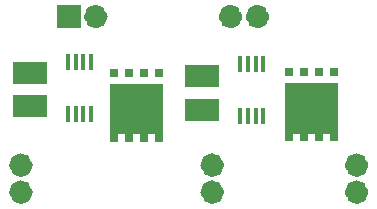
<source format=gbr>
%TF.GenerationSoftware,Altium Limited,Altium Designer,24.4.1 (13)*%
G04 Layer_Color=8388736*
%FSLAX45Y45*%
%MOMM*%
%TF.SameCoordinates,7B1AB626-E082-4622-BD47-E970353866B2*%
%TF.FilePolarity,Negative*%
%TF.FileFunction,Soldermask,Top*%
%TF.Part,Single*%
G01*
G75*
%TA.AperFunction,SMDPad,CuDef*%
%ADD10R,0.45000X1.45000*%
%ADD11C,3.82064*%
%ADD12R,0.67500X0.75000*%
%ADD13R,2.90415X1.85263*%
%TA.AperFunction,NonConductor*%
%ADD21C,1.00000*%
G36*
X7210900Y11900315D02*
X7010900D01*
Y12100315D01*
X7210900D01*
Y11900315D01*
D02*
G37*
G36*
X9393593Y10943600D02*
X9326093D01*
Y11009100D01*
X9266593D01*
Y10943600D01*
X9199093D01*
Y11009100D01*
X9139593D01*
Y10943600D01*
X9072093D01*
Y11009100D01*
X9012593D01*
Y10943600D01*
X8945093D01*
Y11438600D01*
X9393593D01*
Y10943600D01*
D02*
G37*
G36*
X7912750Y10937000D02*
X7845250D01*
Y11002500D01*
X7785750D01*
Y10937000D01*
X7718250D01*
Y11002500D01*
X7658750D01*
Y10937000D01*
X7591250D01*
Y11002500D01*
X7531750D01*
Y10937000D01*
X7464250D01*
Y11432000D01*
X7912750D01*
Y10937000D01*
D02*
G37*
D10*
X8758900Y11599200D02*
D03*
X8693900D02*
D03*
X8628900D02*
D03*
X8563900D02*
D03*
Y11159200D02*
D03*
X8628900D02*
D03*
X8693900D02*
D03*
X8758900D02*
D03*
X7298400Y11171900D02*
D03*
X7233400D02*
D03*
X7168400D02*
D03*
X7103400D02*
D03*
Y11611900D02*
D03*
X7168400D02*
D03*
X7233400D02*
D03*
X7298400D02*
D03*
D11*
X7695508Y11214758D02*
D03*
X9176351Y11221358D02*
D03*
D12*
X7498000Y11525000D02*
D03*
X7625000D02*
D03*
X7752000D02*
D03*
X7879000D02*
D03*
X9359843Y11531600D02*
D03*
X9232843D02*
D03*
X9105843D02*
D03*
X8978843D02*
D03*
D13*
X6781800Y11239500D02*
D03*
Y11524549D02*
D03*
X8243368Y11494528D02*
D03*
Y11209479D02*
D03*
D21*
X6755190Y10741789D02*
G03*
X6755190Y10741789I-50000J0D01*
G01*
Y10513189D02*
G03*
X6755190Y10513189I-50000J0D01*
G01*
X9598412Y10741789D02*
G03*
X9598412Y10741789I-50000J0D01*
G01*
Y10513189D02*
G03*
X9598412Y10513189I-50000J0D01*
G01*
X8375374D02*
G03*
X8375374Y10513189I-50000J0D01*
G01*
Y10741789D02*
G03*
X8375374Y10741789I-50000J0D01*
G01*
X8758623Y12000315D02*
G03*
X8758623Y12000315I-50000J0D01*
G01*
X8530023D02*
G03*
X8530023Y12000315I-50000J0D01*
G01*
X7389500D02*
G03*
X7389500Y12000315I-50000J0D01*
G01*
%TF.MD5,c491b271d30824b32e40e30294d62d1f*%
M02*

</source>
